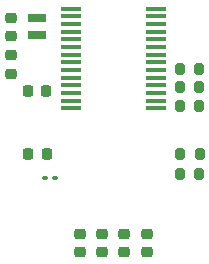
<source format=gbr>
%TF.GenerationSoftware,KiCad,Pcbnew,7.0.7*%
%TF.CreationDate,2023-10-05T19:12:10-06:00*%
%TF.ProjectId,GigE_Module,47696745-5f4d-46f6-9475-6c652e6b6963,rev?*%
%TF.SameCoordinates,Original*%
%TF.FileFunction,Paste,Bot*%
%TF.FilePolarity,Positive*%
%FSLAX46Y46*%
G04 Gerber Fmt 4.6, Leading zero omitted, Abs format (unit mm)*
G04 Created by KiCad (PCBNEW 7.0.7) date 2023-10-05 19:12:10*
%MOMM*%
%LPD*%
G01*
G04 APERTURE LIST*
G04 Aperture macros list*
%AMRoundRect*
0 Rectangle with rounded corners*
0 $1 Rounding radius*
0 $2 $3 $4 $5 $6 $7 $8 $9 X,Y pos of 4 corners*
0 Add a 4 corners polygon primitive as box body*
4,1,4,$2,$3,$4,$5,$6,$7,$8,$9,$2,$3,0*
0 Add four circle primitives for the rounded corners*
1,1,$1+$1,$2,$3*
1,1,$1+$1,$4,$5*
1,1,$1+$1,$6,$7*
1,1,$1+$1,$8,$9*
0 Add four rect primitives between the rounded corners*
20,1,$1+$1,$2,$3,$4,$5,0*
20,1,$1+$1,$4,$5,$6,$7,0*
20,1,$1+$1,$6,$7,$8,$9,0*
20,1,$1+$1,$8,$9,$2,$3,0*%
G04 Aperture macros list end*
%ADD10RoundRect,0.200000X0.200000X0.275000X-0.200000X0.275000X-0.200000X-0.275000X0.200000X-0.275000X0*%
%ADD11R,1.750000X0.450000*%
%ADD12RoundRect,0.225000X-0.250000X0.225000X-0.250000X-0.225000X0.250000X-0.225000X0.250000X0.225000X0*%
%ADD13RoundRect,0.225000X0.250000X-0.225000X0.250000X0.225000X-0.250000X0.225000X-0.250000X-0.225000X0*%
%ADD14RoundRect,0.090000X0.139000X0.090000X-0.139000X0.090000X-0.139000X-0.090000X0.139000X-0.090000X0*%
%ADD15RoundRect,0.200000X-0.200000X-0.275000X0.200000X-0.275000X0.200000X0.275000X-0.200000X0.275000X0*%
%ADD16R,1.500000X0.800000*%
%ADD17RoundRect,0.225000X-0.225000X-0.250000X0.225000X-0.250000X0.225000X0.250000X-0.225000X0.250000X0*%
%ADD18RoundRect,0.225000X0.225000X0.250000X-0.225000X0.250000X-0.225000X-0.250000X0.225000X-0.250000X0*%
G04 APERTURE END LIST*
D10*
%TO.C,R2*%
X152072000Y-91325000D03*
X150422000Y-91325000D03*
%TD*%
D11*
%TO.C,U1*%
X148372000Y-84700000D03*
X148372000Y-85350000D03*
X148372000Y-86000000D03*
X148372000Y-86650000D03*
X148372000Y-87300000D03*
X148372000Y-87950000D03*
X148372000Y-88600000D03*
X148372000Y-89250000D03*
X148372000Y-89900000D03*
X148372000Y-90550000D03*
X148372000Y-91200000D03*
X148372000Y-91850000D03*
X148372000Y-92500000D03*
X148372000Y-93150000D03*
X141172000Y-93150000D03*
X141172000Y-92500000D03*
X141172000Y-91850000D03*
X141172000Y-91200000D03*
X141172000Y-90550000D03*
X141172000Y-89900000D03*
X141172000Y-89250000D03*
X141172000Y-88600000D03*
X141172000Y-87950000D03*
X141172000Y-87300000D03*
X141172000Y-86650000D03*
X141172000Y-86000000D03*
X141172000Y-85350000D03*
X141172000Y-84700000D03*
%TD*%
D12*
%TO.C,C7*%
X145720000Y-103785000D03*
X145720000Y-105335000D03*
%TD*%
%TO.C,C6*%
X143820000Y-103785000D03*
X143820000Y-105335000D03*
%TD*%
D10*
%TO.C,R5*%
X152065000Y-98680000D03*
X150415000Y-98680000D03*
%TD*%
D13*
%TO.C,C3*%
X136080000Y-87002500D03*
X136080000Y-85452500D03*
%TD*%
D14*
%TO.C,L1*%
X139862500Y-99060000D03*
X138997500Y-99060000D03*
%TD*%
D12*
%TO.C,C8*%
X147620000Y-103785000D03*
X147620000Y-105335000D03*
%TD*%
D15*
%TO.C,R4*%
X150425000Y-97030000D03*
X152075000Y-97030000D03*
%TD*%
D12*
%TO.C,C2*%
X136080000Y-88647500D03*
X136080000Y-90197500D03*
%TD*%
D10*
%TO.C,R1*%
X152072000Y-89800000D03*
X150422000Y-89800000D03*
%TD*%
D16*
%TO.C,Y1*%
X138310000Y-86960000D03*
X138310000Y-85460000D03*
%TD*%
D17*
%TO.C,C4*%
X137559500Y-91710000D03*
X139109500Y-91710000D03*
%TD*%
D12*
%TO.C,C5*%
X141920000Y-103785000D03*
X141920000Y-105335000D03*
%TD*%
D18*
%TO.C,C9*%
X139120000Y-97030000D03*
X137570000Y-97030000D03*
%TD*%
D15*
%TO.C,R3*%
X150422000Y-92975000D03*
X152072000Y-92975000D03*
%TD*%
M02*

</source>
